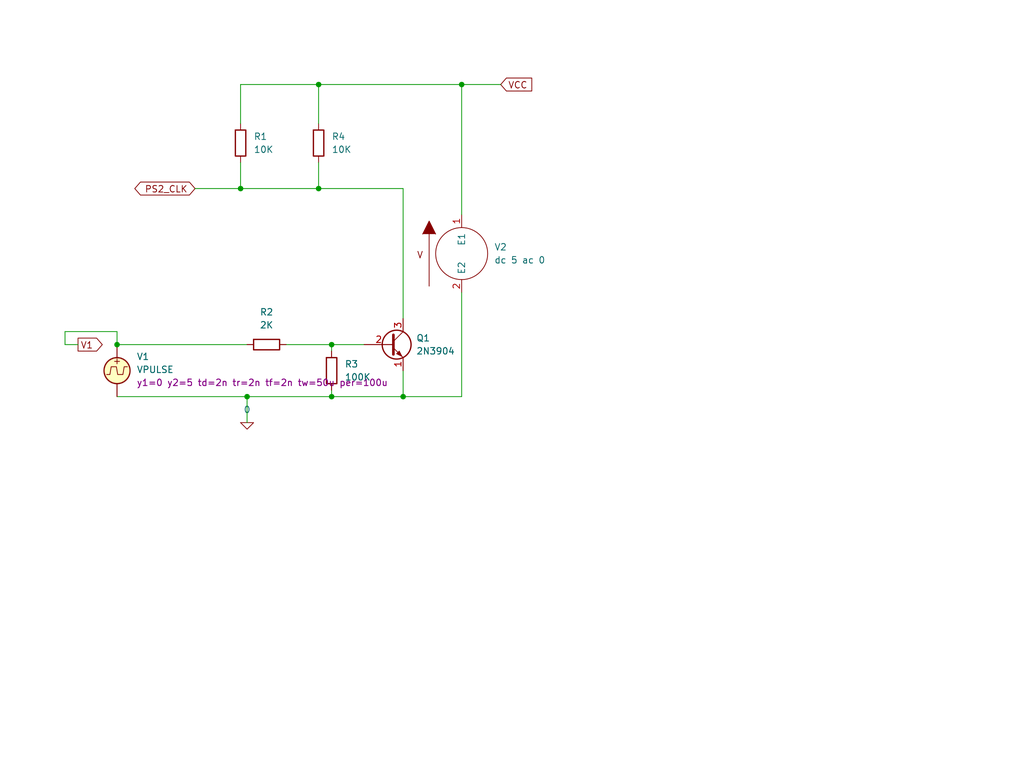
<source format=kicad_sch>
(kicad_sch (version 20211123) (generator eeschema)
  (paper "User" 200 150.012)
  (lib_symbols
    (symbol "Device:R" (pin_numbers hide) (pin_names (offset 0))
      (property "Reference" "R" (at 2.032 0 90))
      (property "Value" "R" (at 0 0 90))
      (symbol "R_0_1"
        (rectangle (start -1.016 -2.54) (end 1.016 2.54) (stroke (width 0.254)))
      )
      (symbol "R_1_1"
        (pin passive line (at 0 3.81 270) (length 1.27) (name "~") (number "1"))
        (pin passive line (at 0 -3.81 90) (length 1.27) (name "~") (number "2"))
      )
    )
    (symbol "Simulation_SPICE:VPULSE" (pin_numbers hide) (pin_names (offset 0.0254))
      (property "Reference" "V" (at 2.54 2.54 0))
      (property "Value" "VPULSE" (at 2.54 0 0))
      (property "Spice_Model" "pulse(0 1 2n 2n 2n 50n 100n)" (at 2.54 -2.54 0))
      (symbol "VPULSE_0_0"
        (polyline (pts (xy -2.032 -0.762) (xy -1.397 -0.762) (xy -1.143 0.762) (xy -0.127 0.762) (xy 0.127 -0.762) (xy 1.143 -0.762) (xy 1.397 0.762) (xy 2.032 0.762)))
        (text "+" (at 0 1.905 0) (effects (font (size 1.27 1.27))))
      )
      (symbol "VPULSE_0_1"
        (circle (center 0 0) (radius 2.54) (stroke (width 0.254)) (fill (type background)))
      )
      (symbol "VPULSE_1_1"
        (pin passive line (at 0 5.08 270) (length 2.54) (name "~") (number "1"))
        (pin passive line (at 0 -5.08 90) (length 2.54) (name "~") (number "2"))
      )
    )
    (symbol "Transistor_BJT:2N3904" (pin_names (offset 0) hide)
      (property "Reference" "Q" (at 5.08 1.905 0))
      (property "Value" "2N3904" (at 5.08 0 0))
      (symbol "2N3904_0_1"
        (polyline (pts (xy 0.635 0.635) (xy 2.54 2.54)))
        (polyline (pts (xy 0.635 -0.635) (xy 2.54 -2.54) (xy 2.54 -2.54)))
        (polyline (pts (xy 0.635 1.905) (xy 0.635 -1.905) (xy 0.635 -1.905)) (stroke (width 0.508)))
        (polyline (pts (xy 1.27 -1.778) (xy 1.778 -1.27) (xy 2.286 -2.286) (xy 1.27 -1.778) (xy 1.27 -1.778)) (fill (type outline)))
        (circle (center 1.27 0) (radius 2.8194) (stroke (width 0.254)))
      )
      (symbol "2N3904_1_1"
        (pin passive line (at 2.54 -5.08 90) (length 2.54) (name "E") (number "1"))
        (pin passive line (at -5.08 0 0) (length 5.715) (name "B") (number "2"))
        (pin passive line (at 2.54 5.08 270) (length 2.54) (name "C") (number "3"))
      )
    )
    (symbol "pspice:0" (power) (pin_names (offset 0))
      (property "Value" "0" (at 0 -1.778 0))
      (symbol "0_0_1"
        (polyline (pts (xy -1.27 0) (xy 0 -1.27) (xy 1.27 0) (xy -1.27 0)))
      )
      (symbol "0_1_1"
        (pin power_in line (at 0 0 0) (length 0) hide (name "0") (number "1"))
      )
    )
    (symbol "pspice:VSOURCE" (pin_names (offset 1.016))
      (property "Reference" "V" (at -6.35 7.62 0))
      (property "Value" "VSOURCE" (at 0 0 0))
      (symbol "VSOURCE_0_1"
        (polyline (pts (xy -6.35 -6.35) (xy -6.35 3.81)) (fill (type outline)))
        (polyline (pts (xy -7.62 3.81) (xy -6.35 6.35) (xy -5.08 3.81)) (fill (type outline)))
        (circle (center 0 0) (radius 5.08))
        (text "V" (at -8.128 -0.254 0) (effects (font (size 1.27 1.27))))
      )
      (symbol "VSOURCE_1_1"
        (pin input line (at 0 7.62 270) (length 2.54) (name "E1") (number "1"))
        (pin input line (at 0 -7.62 90) (length 2.54) (name "E2") (number "2"))
      )
    )
  )
  (junction (at 78.74 77.47))
  (junction (at 64.77 67.31))
  (junction (at 46.99 36.83))
  (junction (at 62.23 16.51))
  (junction (at 90.17 16.51))
  (junction (at 22.86 67.31))
  (junction (at 48.26 77.47))
  (junction (at 62.23 36.83))
  (junction (at 64.77 77.47))
  (wire (pts (xy 90.17 16.51) (xy 97.79 16.51)))
  (wire (pts (xy 62.23 16.51) (xy 62.23 24.13)))
  (wire (pts (xy 64.77 67.31) (xy 71.12 67.31)))
  (wire (pts (xy 38.1 36.83) (xy 46.99 36.83)))
  (wire (pts (xy 78.74 77.47) (xy 90.17 77.47)))
  (wire (pts (xy 15.24 67.31) (xy 12.7 67.31)))
  (wire (pts (xy 62.23 16.51) (xy 90.17 16.51)))
  (wire (pts (xy 22.86 64.77) (xy 22.86 67.31)))
  (wire (pts (xy 78.74 36.83) (xy 62.23 36.83)))
  (wire (pts (xy 55.88 67.31) (xy 64.77 67.31)))
  (wire (pts (xy 46.99 31.75) (xy 46.99 36.83)))
  (wire (pts (xy 90.17 57.15) (xy 90.17 77.47)))
  (wire (pts (xy 90.17 16.51) (xy 90.17 41.91)))
  (wire (pts (xy 12.7 67.31) (xy 12.7 64.77)))
  (wire (pts (xy 62.23 31.75) (xy 62.23 36.83)))
  (wire (pts (xy 62.23 36.83) (xy 46.99 36.83)))
  (wire (pts (xy 78.74 36.83) (xy 78.74 62.23)))
  (wire (pts (xy 64.77 67.31) (xy 64.77 68.58)))
  (wire (pts (xy 22.86 67.31) (xy 48.26 67.31)))
  (wire (pts (xy 46.99 16.51) (xy 62.23 16.51)))
  (wire (pts (xy 78.74 72.39) (xy 78.74 77.47)))
  (wire (pts (xy 48.26 77.47) (xy 48.26 82.55)))
  (wire (pts (xy 46.99 16.51) (xy 46.99 24.13)))
  (wire (pts (xy 64.77 77.47) (xy 78.74 77.47)))
  (wire (pts (xy 48.26 77.47) (xy 64.77 77.47)))
  (wire (pts (xy 64.77 76.2) (xy 64.77 77.47)))
  (wire (pts (xy 12.7 64.77) (xy 22.86 64.77)))
  (wire (pts (xy 22.86 77.47) (xy 48.26 77.47)))
  (global_label "VCC" (shape input) (at 97.79 16.51 0) (property "Intersheet References" "${INTERSHEET_REFS}" (effects hide)))
  (global_label "PS2_CLK" (shape tri_state) (at 38.1 36.83 180) (property "Intersheet References" "${INTERSHEET_REFS}" (effects hide)))
  (global_label "V1" (shape output) (at 15.24 67.31 0) (property "Intersheet References" "${INTERSHEET_REFS}" (effects hide)))
  (symbol (lib_id "Device:R") (at 62.23 27.94 0) (unit 1)
    (property "Reference" "R4" (at 64.77 26.6699 0) (effects (justify left)))
    (property "Value" "10K" (at 64.77 29.2099 0) (effects (justify left)))
  )
  (symbol (lib_id "Device:R") (at 46.99 27.94 0) (unit 1)
    (property "Reference" "R1" (at 49.53 26.6699 0) (effects (justify left)))
    (property "Value" "10K" (at 49.53 29.2099 0) (effects (justify left)))
  )
  (symbol (lib_id "pspice:VSOURCE") (at 90.17 49.53 0) (unit 1)
    (property "Reference" "V2" (at 96.52 48.2599 0) (effects (justify left)))
    (property "Value" "dc 5 ac 0" (at 96.52 50.7999 0) (effects (justify left)))
  )
  (symbol (lib_id "Transistor_BJT:2N3904") (at 76.2 67.31 0) (unit 1)
    (property "Reference" "Q1" (at 81.28 66.0399 0) (effects (justify left)))
    (property "Value" "2N3904" (at 81.28 68.5799 0) (effects (justify left)))
    (property "Footprint" "Package_TO_SOT_THT:TO-92_Inline" (effects hide))
    (property "Datasheet" "https://www.onsemi.com/pub/Collateral/2N3903-D.PDF" (effects hide))
    (property "Spice_Primitive" "Q" (effects hide))
    (property "Spice_Model" "2N3904" (effects hide))
    (property "Spice_Netlist_Enabled" "Y" (effects hide))
    (property "Spice_Lib_File" "2N3904.txt" (effects hide))
  )
  (symbol (lib_id "Simulation_SPICE:VPULSE") (at 22.86 72.39 0) (unit 1)
    (property "Reference" "V1" (at 26.67 69.6601 0) (effects (justify left)))
    (property "Value" "VPULSE" (at 26.67 72.2001 0) (effects (justify left)))
    (property "Spice_Netlist_Enabled" "Y" (effects hide))
    (property "Spice_Primitive" "V" (effects hide))
    (property "Spice_Model" "pulse(0 5 2n 2n 2n 50u 100u)" (at 26.67 74.7401 0) (effects (justify left)))
  )
  (symbol (lib_id "pspice:0") (at 48.26 82.55 0) (unit 1)
    (property "Reference" "#GND01" (effects hide))
    (property "Value" "0" (at 48.26 80.01 0))
  )
  (symbol (lib_id "Device:R") (at 64.77 72.39 0) (unit 1)
    (property "Reference" "R3" (at 67.31 71.1199 0) (effects (justify left)))
    (property "Value" "100K" (at 67.31 73.6599 0) (effects (justify left)))
  )
  (symbol (lib_id "Device:R") (at 52.07 67.31 90) (unit 1)
    (property "Reference" "R2" (at 52.07 60.96 90))
    (property "Value" "2K" (at 52.07 63.5 90))
  )
)
</source>
